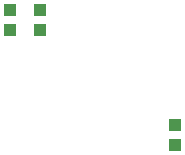
<source format=gbp>
G04*
G04 #@! TF.GenerationSoftware,Altium Limited,Altium Designer,20.0.9 (164)*
G04*
G04 Layer_Color=128*
%FSLAX25Y25*%
%MOIN*%
G70*
G01*
G75*
%ADD18R,0.03937X0.04331*%
D18*
X4500Y-115000D02*
D03*
Y-108307D02*
D03*
X-5500Y-115000D02*
D03*
Y-108307D02*
D03*
X49400Y-146653D02*
D03*
Y-153347D02*
D03*
M02*

</source>
